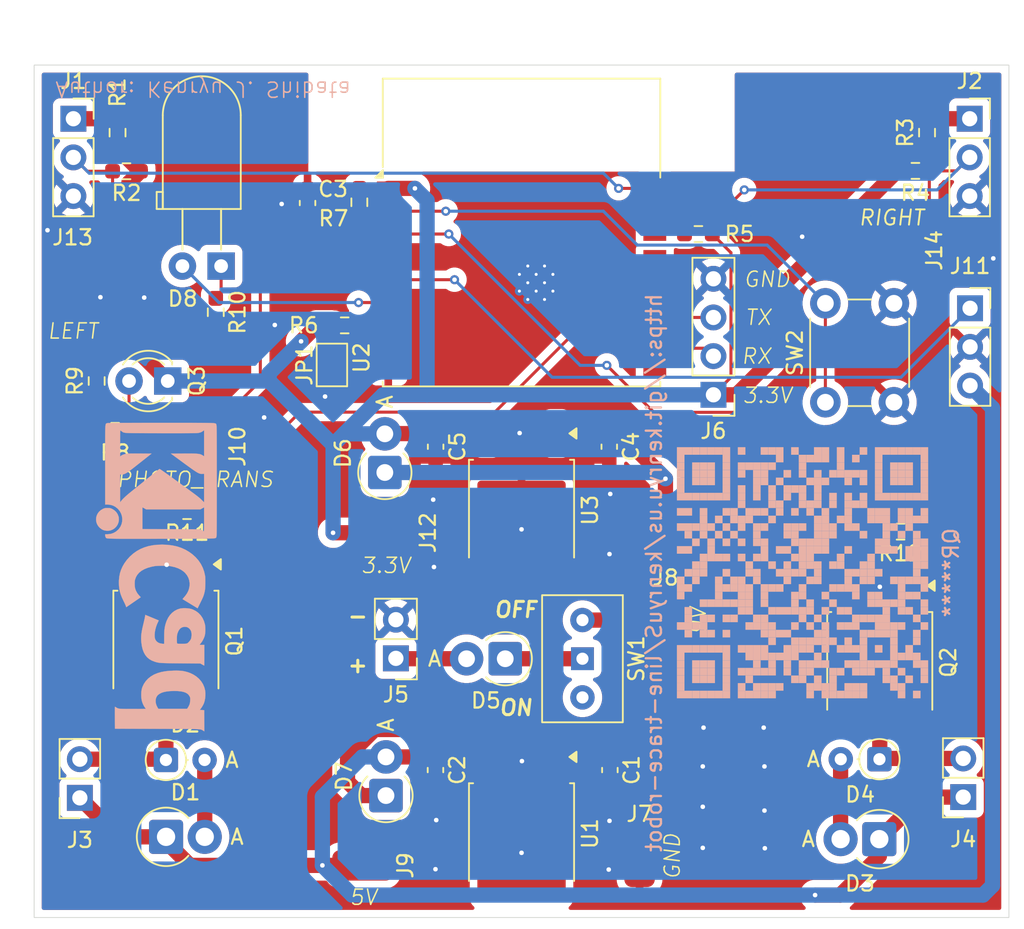
<source format=kicad_pcb>
(kicad_pcb
	(version 20241229)
	(generator "pcbnew")
	(generator_version "9.0")
	(general
		(thickness 1.6)
		(legacy_teardrops no)
	)
	(paper "A4")
	(layers
		(0 "F.Cu" signal)
		(2 "B.Cu" signal)
		(9 "F.Adhes" user "F.Adhesive")
		(11 "B.Adhes" user "B.Adhesive")
		(13 "F.Paste" user)
		(15 "B.Paste" user)
		(5 "F.SilkS" user "F.Silkscreen")
		(7 "B.SilkS" user "B.Silkscreen")
		(1 "F.Mask" user)
		(3 "B.Mask" user)
		(17 "Dwgs.User" user "User.Drawings")
		(19 "Cmts.User" user "User.Comments")
		(21 "Eco1.User" user "User.Eco1")
		(23 "Eco2.User" user "User.Eco2")
		(25 "Edge.Cuts" user)
		(27 "Margin" user)
		(31 "F.CrtYd" user "F.Courtyard")
		(29 "B.CrtYd" user "B.Courtyard")
		(35 "F.Fab" user)
		(33 "B.Fab" user)
		(39 "User.1" user)
		(41 "User.2" user)
		(43 "User.3" user)
		(45 "User.4" user)
	)
	(setup
		(stackup
			(layer "F.SilkS"
				(type "Top Silk Screen")
			)
			(layer "F.Paste"
				(type "Top Solder Paste")
			)
			(layer "F.Mask"
				(type "Top Solder Mask")
				(thickness 0.01)
			)
			(layer "F.Cu"
				(type "copper")
				(thickness 0.035)
			)
			(layer "dielectric 1"
				(type "core")
				(thickness 1.51)
				(material "FR4")
				(epsilon_r 4.5)
				(loss_tangent 0.02)
			)
			(layer "B.Cu"
				(type "copper")
				(thickness 0.035)
			)
			(layer "B.Mask"
				(type "Bottom Solder Mask")
				(thickness 0.01)
			)
			(layer "B.Paste"
				(type "Bottom Solder Paste")
			)
			(layer "B.SilkS"
				(type "Bottom Silk Screen")
			)
			(copper_finish "None")
			(dielectric_constraints no)
		)
		(pad_to_mask_clearance 0)
		(allow_soldermask_bridges_in_footprints no)
		(tenting front back)
		(pcbplotparams
			(layerselection 0x00000000_00000000_55555555_5755f5ff)
			(plot_on_all_layers_selection 0x00000000_00000000_00000000_00000000)
			(disableapertmacros no)
			(usegerberextensions no)
			(usegerberattributes yes)
			(usegerberadvancedattributes yes)
			(creategerberjobfile yes)
			(dashed_line_dash_ratio 12.000000)
			(dashed_line_gap_ratio 3.000000)
			(svgprecision 4)
			(plotframeref no)
			(mode 1)
			(useauxorigin no)
			(hpglpennumber 1)
			(hpglpenspeed 20)
			(hpglpendiameter 15.000000)
			(pdf_front_fp_property_popups yes)
			(pdf_back_fp_property_popups yes)
			(pdf_metadata yes)
			(pdf_single_document no)
			(dxfpolygonmode yes)
			(dxfimperialunits yes)
			(dxfusepcbnewfont yes)
			(psnegative no)
			(psa4output no)
			(plot_black_and_white yes)
			(sketchpadsonfab no)
			(plotpadnumbers no)
			(hidednponfab no)
			(sketchdnponfab yes)
			(crossoutdnponfab yes)
			(subtractmaskfromsilk no)
			(outputformat 4)
			(mirror no)
			(drillshape 0)
			(scaleselection 1)
			(outputdirectory "./")
		)
	)
	(net 0 "")
	(net 1 "Net-(D1-A)")
	(net 2 "+5V")
	(net 3 "Net-(D2-K)")
	(net 4 "Vin_left")
	(net 5 "Vin_right")
	(net 6 "+9V")
	(net 7 "EN")
	(net 8 "GND")
	(net 9 "Net-(D3-A)")
	(net 10 "Net-(D4-K)")
	(net 11 "unconnected-(SW1-C-Pad3)")
	(net 12 "Net-(D5-K)")
	(net 13 "Net-(D5-A)")
	(net 14 "+3V3")
	(net 15 "IO7")
	(net 16 "Net-(D8-K)")
	(net 17 "IO0")
	(net 18 "IO1")
	(net 19 "IO20{slash}RXD")
	(net 20 "IO21{slash}TXD")
	(net 21 "IO5")
	(net 22 "IO6")
	(net 23 "IO9")
	(net 24 "IO3")
	(net 25 "IO4")
	(net 26 "IO2")
	(net 27 "IO8")
	(net 28 "Net-(R8-Pad2)")
	(net 29 "unconnected-(U2-IO19-Pad14)")
	(net 30 "unconnected-(U2-IO10-Pad10)")
	(net 31 "unconnected-(U2-IO18-Pad13)")
	(footprint "Capacitor_SMD:C_0603_1608Metric_Pad1.08x0.95mm_HandSolder" (layer "F.Cu") (at 37.8 46.3125 -90))
	(footprint "Diode_THT:D_DO-41_SOD81_P2.54mm_Vertical_AnodeUp" (layer "F.Cu") (at 23.1 47.99 90))
	(footprint "Capacitor_SMD:C_0603_1608Metric_Pad1.08x0.95mm_HandSolder" (layer "F.Cu") (at 26.35 46.3125 -90))
	(footprint "Resistor_SMD:R_0603_1608Metric_Pad0.98x0.95mm_HandSolder" (layer "F.Cu") (at 21.35 9.0125 -90))
	(footprint "Resistor_SMD:R_0603_1608Metric_Pad0.98x0.95mm_HandSolder" (layer "F.Cu") (at 57.8625 6.95))
	(footprint "Connector_Wire:SolderWirePad_1x01_SMD_2x4mm" (layer "F.Cu") (at 23.05 30.725 -90))
	(footprint "Connector_PinSocket_2.54mm:PinSocket_1x02_P2.54mm_Vertical" (layer "F.Cu") (at 3 48.14 180))
	(footprint "Connector_Wire:SolderWirePad_1x01_SMD_2x4mm" (layer "F.Cu") (at 10.55 25.05 -90))
	(footprint "LED_THT:LED_D3.0mm_Clear" (layer "F.Cu") (at 8.77 20.755 180))
	(footprint "Resistor_SMD:R_0603_1608Metric_Pad0.98x0.95mm_HandSolder" (layer "F.Cu") (at 11.925 16.2375 -90))
	(footprint "Connector_PinSocket_2.54mm:PinSocket_1x03_P2.54mm_Vertical" (layer "F.Cu") (at 2.575 3.525))
	(footprint "Resistor_SMD:R_0603_1608Metric_Pad0.98x0.95mm_HandSolder" (layer "F.Cu") (at 5.3175 24.03 180))
	(footprint "Package_TO_SOT_SMD:TO-252-2" (layer "F.Cu") (at 55.52 39.24 -90))
	(footprint "RF_Module:ESP32-C3-WROOM-02" (layer "F.Cu") (at 32 14.1))
	(footprint "Connector_PinSocket_2.54mm:PinSocket_1x02_P2.54mm_Vertical" (layer "F.Cu") (at 61 48.09 180))
	(footprint "Package_TO_SOT_SMD:TO-252-2" (layer "F.Cu") (at 32 50.49 -90))
	(footprint "Resistor_SMD:R_0603_1608Metric_Pad0.98x0.95mm_HandSolder" (layer "F.Cu") (at 4.105 20.755 90))
	(footprint "Diode_THT:D_DO-15_P2.54mm_Vertical_AnodeUp" (layer "F.Cu") (at 8.66 50.7))
	(footprint "Resistor_SMD:R_0603_1608Metric_Pad0.98x0.95mm_HandSolder" (layer "F.Cu") (at 10.0375 29.3 180))
	(footprint "Library:SW_Slide-03_2MS1-T1-B4-M2-Q-E_P2.54mm" (layer "F.Cu") (at 36 39 -90))
	(footprint "Connector_PinSocket_2.54mm:PinSocket_1x03_P2.54mm_Vertical" (layer "F.Cu") (at 61.45 15.975))
	(footprint "Resistor_SMD:R_0603_1608Metric_Pad0.98x0.95mm_HandSolder" (layer "F.Cu") (at 6.0625 6.975 180))
	(footprint "Capacitor_SMD:C_0603_1608Metric_Pad1.08x0.95mm_HandSolder" (layer "F.Cu") (at 37.76 25.0725 -90))
	(footprint "Connector_Wire:SolderWirePad_1x01_SMD_2x4mm" (layer "F.Cu") (at 2.525 14.125))
	(footprint "Connector_Wire:SolderWirePad_1x01_SMD_2x4mm" (layer "F.Cu") (at 39.75 52))
	(footprint "Package_TO_SOT_SMD:TO-252-2" (layer "F.Cu") (at 32 29.24 -90))
	(footprint "Diode_THT:D_DO-41_SOD81_P2.54mm_Vertical_AnodeUp" (layer "F.Cu") (at 30.93 39 180))
	(footprint "Diode_THT:D_DO-35_SOD27_P2.54mm_Vertical_AnodeUp" (layer "F.Cu") (at 55.5 45.6 180))
	(footprint "Connector_Wire:SolderWirePad_1x01_SMD_2x4mm" (layer "F.Cu") (at 21.575 52.575 -90))
	(footprint "Diode_THT:D_DO-15_P2.54mm_Vertical_AnodeUp" (layer "F.Cu") (at 55.49 50.85 180))
	(footprint "Jumper:SolderJumper-2_P1.3mm_Open_Pad1.0x1.5mm" (layer "F.Cu") (at 19.55 19.7 90))
	(footprint "Resistor_SMD:R_0603_1608Metric_Pad0.98x0.95mm_HandSolder" (layer "F.Cu") (at 58.625 4.4375 90))
	(footprint "Resistor_SMD:R_0603_1608Metric_Pad0.98x0.95mm_HandSolder" (layer "F.Cu") (at 20.3875 17.1))
	(footprint "Capacitor_SMD:C_0603_1608Metric_Pad1.08x0.95mm_HandSolder" (layer "F.Cu") (at 26.36 25.0725 -90))
	(footprint "Diode_THT:D_DO-35_SOD27_P2.54mm_Vertical_AnodeUp" (layer "F.Cu") (at 8.65 45.65))
	(footprint "Resistor_SMD:R_0603_1608Metric_Pad0.98x0.95mm_HandSolder" (layer "F.Cu") (at 5.475 4.4375 90))
	(footprint "LED_THT:LED_D5.0mm_Horizontal_O3.81mm_Z3.0mm" (layer "F.Cu") (at 12.275 13.205 180))
	(footprint "Button_Switch_THT:SW_PUSH_6mm" (layer "F.Cu") (at 51.95 22.15 90))
	(footprint "Connector_PinHeader_2.54mm:PinHeader_1x02_P2.54mm_Vertical" (layer "F.Cu") (at 23.75 38.975 180))
	(footprint "Connector_Wire:SolderWirePad_1x01_SMD_2x4mm" (layer "F.Cu") (at 41.45 36.475))
	(footprint "Resistor_SMD:R_0603_1608Metric_Pad0.98x0.95mm_HandSolder" (layer "F.Cu") (at 56.8875 30.65 180))
	(footprint "Diode_THT:D_DO-41_SOD81_P2.54mm_Vertical_AnodeUp" (layer "F.Cu") (at 23.025 26.765 90))
	(footprint "Connector_Wire:SolderWirePad_1x01_SMD_2x4mm" (layer "F.Cu") (at 56.3 12.175 -90))
	(footprint "Package_TO_SOT_SMD:TO-252-2" (layer "F.Cu") (at 8.65 37.84 -90))
	(footprint "Connector_PinHeader_2.54mm:PinHeader_1x04_P2.54mm_Vertical"
		(layer "F.Cu")
		(uuid "f18550d6-dbdd-436f-b9b3-00665d1b6992")
		(at 44.6 21.66 180)
		(descr "Through hole straight pin header, 1x04, 2.54mm pitch, single row")
		(tags "Through hole pin header THT 1x04 2.54mm single row")
		(property "Reference" "J6"
			(at 0 -2.38 0)
			(layer "F.SilkS")
			(uuid "6986c7cb-116e-4300-b624-5396fc99eda3")
			(effects
				(font
					(size 1 1)
					(thickness 0.15)
				)
			)
		)
		(property "Value" "SERIAL"
			(at 0 10 0)
			(layer "F.Fab")
			(uuid "a4ccc301-9314-45d8-9902-3b40cc9e494d")
			(effects
				(font
					(size 1 1)
					(thickness 0.15)
				)
			)
		)
		(property "Datasheet" "~"
			(at 0 0 0)
			(layer "F.Fab")
			(hide yes)

... [377939 chars truncated]
</source>
